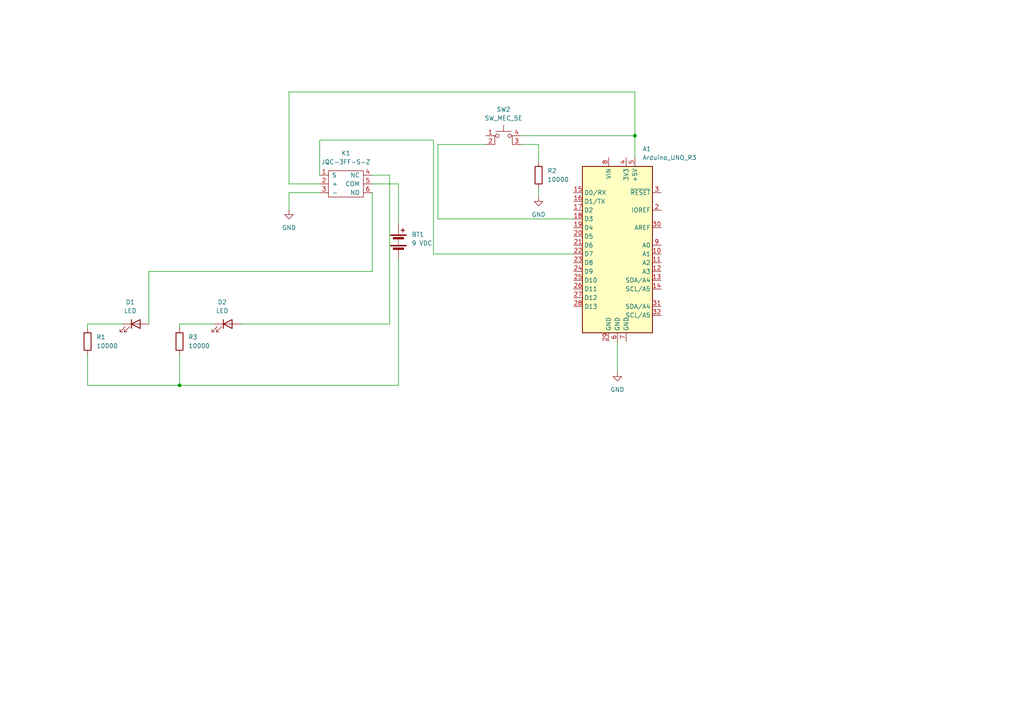
<source format=kicad_sch>
(kicad_sch (version 20230121) (generator eeschema)
  (paper "A4")
  (lib_symbols
    (symbol "Device:Battery" (pin_numbers hide) (pin_names (offset 0) hide)
      (property "Reference" "BT" (at 2.54 2.54 0))
      (property "Value" "Battery" (at 2.54 0 0))
      (symbol "Battery_0_1"
        (rectangle (start -2.286 -1.27) (end 2.286 -1.524) (fill (type outline)))
        (rectangle (start -2.286 1.778) (end 2.286 1.524) (fill (type outline)))
        (rectangle (start -1.524 -2.032) (end 1.524 -2.54) (fill (type outline)))
        (rectangle (start -1.524 1.016) (end 1.524 0.508) (fill (type outline)))
        (polyline (pts (xy 0 -1.016) (xy 0 -0.762)))
        (polyline (pts (xy 0 -0.508) (xy 0 -0.254)))
        (polyline (pts (xy 0 0) (xy 0 0.254)))
        (polyline (pts (xy 0 1.778) (xy 0 2.54)))
        (polyline (pts (xy 0.762 3.048) (xy 1.778 3.048)) (stroke (width 0.254)))
        (polyline (pts (xy 1.27 3.556) (xy 1.27 2.54)) (stroke (width 0.254)))
      )
      (symbol "Battery_1_1"
        (pin passive line (at 0 5.08 270) (length 2.54) (name "+") (number "1"))
        (pin passive line (at 0 -5.08 90) (length 2.54) (name "-") (number "2"))
      )
    )
    (symbol "Device:LED" (pin_numbers hide) (pin_names (offset 1.016) hide)
      (property "Reference" "D" (at 0 2.54 0))
      (property "Value" "LED" (at 0 -2.54 0))
      (symbol "LED_0_1"
        (polyline (pts (xy -1.27 -1.27) (xy -1.27 1.27)) (stroke (width 0.254)))
        (polyline (pts (xy -1.27 0) (xy 1.27 0)))
        (polyline (pts (xy 1.27 -1.27) (xy 1.27 1.27) (xy -1.27 0) (xy 1.27 -1.27)) (stroke (width 0.254)))
        (polyline (pts (xy -3.048 -0.762) (xy -4.572 -2.286) (xy -3.81 -2.286) (xy -4.572 -2.286) (xy -4.572 -1.524)))
        (polyline (pts (xy -1.778 -0.762) (xy -3.302 -2.286) (xy -2.54 -2.286) (xy -3.302 -2.286) (xy -3.302 -1.524)))
      )
      (symbol "LED_1_1"
        (pin passive line (at -3.81 0 0) (length 2.54) (name "K") (number "1"))
        (pin passive line (at 3.81 0 180) (length 2.54) (name "A") (number "2"))
      )
    )
    (symbol "Device:R" (pin_numbers hide) (pin_names (offset 0))
      (property "Reference" "R" (at 2.032 0 90))
      (property "Value" "R" (at 0 0 90))
      (symbol "R_0_1"
        (rectangle (start -1.016 -2.54) (end 1.016 2.54) (stroke (width 0.254)))
      )
      (symbol "R_1_1"
        (pin passive line (at 0 3.81 270) (length 1.27) (name "~") (number "1"))
        (pin passive line (at 0 -3.81 90) (length 1.27) (name "~") (number "2"))
      )
    )
    (symbol "JQC-3FF-S-Z:JQC-3FF-S-Z" (pin_names (offset 1.016))
      (property "Reference" "K" (at 0 5.08 0))
      (property "Value" "JQC-3FF-S-Z" (at 0 2.54 0))
      (symbol "JQC-3FF-S-Z_0_1"
        (rectangle (start -5.08 3.81) (end 5.08 -3.81))
      )
      (symbol "JQC-3FF-S-Z_1_1"
        (pin passive line (at -7.62 2.54 0) (length 2.54) (name "S") (number "1"))
        (pin passive line (at -7.62 0 0) (length 2.54) (name "+") (number "2"))
        (pin passive line (at -7.62 -2.54 0) (length 2.54) (name "-") (number "3"))
        (pin passive line (at 7.62 2.54 180) (length 2.54) (name "NC") (number "4"))
        (pin passive line (at 7.62 0 180) (length 2.54) (name "COM") (number "5"))
        (pin passive line (at 7.62 -2.54 180) (length 2.54) (name "NO") (number "6"))
      )
    )
    (symbol "MCU_Module:Arduino_UNO_R3"
      (property "Reference" "A" (at -10.16 23.495 0))
      (property "Value" "Arduino_UNO_R3" (at 5.08 -26.67 0))
      (symbol "Arduino_UNO_R3_0_1"
        (rectangle (start -10.16 22.86) (end 10.16 -25.4) (stroke (width 0.254)) (fill (type background)))
      )
      (symbol "Arduino_UNO_R3_1_1"
        (pin no_connect line (at -10.16 -20.32 0) (length 2.54) hide (name "NC") (number "1"))
        (pin bidirectional line (at 12.7 -2.54 180) (length 2.54) (name "A1") (number "10"))
        (pin bidirectional line (at 12.7 -5.08 180) (length 2.54) (name "A2") (number "11"))
        (pin bidirectional line (at 12.7 -7.62 180) (length 2.54) (name "A3") (number "12"))
        (pin bidirectional line (at 12.7 -10.16 180) (length 2.54) (name "SDA/A4") (number "13"))
        (pin bidirectional line (at 12.7 -12.7 180) (length 2.54) (name "SCL/A5") (number "14"))
        (pin bidirectional line (at -12.7 15.24 0) (length 2.54) (name "D0/RX") (number "15"))
        (pin bidirectional line (at -12.7 12.7 0) (length 2.54) (name "D1/TX") (number "16"))
        (pin bidirectional line (at -12.7 10.16 0) (length 2.54) (name "D2") (number "17"))
        (pin bidirectional line (at -12.7 7.62 0) (length 2.54) (name "D3") (number "18"))
        (pin bidirectional line (at -12.7 5.08 0) (length 2.54) (name "D4") (number "19"))
        (pin output line (at 12.7 10.16 180) (length 2.54) (name "IOREF") (number "2"))
        (pin bidirectional line (at -12.7 2.54 0) (length 2.54) (name "D5") (number "20"))
        (pin bidirectional line (at -12.7 0 0) (length 2.54) (name "D6") (number "21"))
        (pin bidirectional line (at -12.7 -2.54 0) (length 2.54) (name "D7") (number "22"))
        (pin bidirectional line (at -12.7 -5.08 0) (length 2.54) (name "D8") (number "23"))
        (pin bidirectional line (at -12.7 -7.62 0) (length 2.54) (name "D9") (number "24"))
        (pin bidirectional line (at -12.7 -10.16 0) (length 2.54) (name "D10") (number "25"))
        (pin bidirectional line (at -12.7 -12.7 0) (length 2.54) (name "D11") (number "26"))
        (pin bidirectional line (at -12.7 -15.24 0) (length 2.54) (name "D12") (number "27"))
        (pin bidirectional line (at -12.7 -17.78 0) (length 2.54) (name "D13") (number "28"))
        (pin power_in line (at -2.54 -27.94 90) (length 2.54) (name "GND") (number "29"))
        (pin input line (at 12.7 15.24 180) (length 2.54) (name "~{RESET}") (number "3"))
        (pin input line (at 12.7 5.08 180) (length 2.54) (name "AREF") (number "30"))
        (pin bidirectional line (at 12.7 -17.78 180) (length 2.54) (name "SDA/A4") (number "31"))
        (pin bidirectional line (at 12.7 -20.32 180) (length 2.54) (name "SCL/A5") (number "32"))
        (pin power_out line (at 2.54 25.4 270) (length 2.54) (name "3V3") (number "4"))
        (pin power_out line (at 5.08 25.4 270) (length 2.54) (name "+5V") (number "5"))
        (pin power_in line (at 0 -27.94 90) (length 2.54) (name "GND") (number "6"))
        (pin power_in line (at 2.54 -27.94 90) (length 2.54) (name "GND") (number "7"))
        (pin power_in line (at -2.54 25.4 270) (length 2.54) (name "VIN") (number "8"))
        (pin bidirectional line (at 12.7 0 180) (length 2.54) (name "A0") (number "9"))
      )
    )
    (symbol "Switch:SW_MEC_5E" (pin_names (offset 1.016) hide)
      (property "Reference" "SW" (at 0.635 5.715 0))
      (property "Value" "SW_MEC_5E" (at 0 -3.175 0))
      (symbol "SW_MEC_5E_0_1"
        (circle (center -1.778 2.54) (radius 0.508))
        (polyline (pts (xy -2.286 3.81) (xy 2.286 3.81)))
        (polyline (pts (xy 0 3.81) (xy 0 5.588)))
        (polyline (pts (xy -2.54 0) (xy -2.54 2.54) (xy -2.286 2.54)))
        (polyline (pts (xy 2.54 0) (xy 2.54 2.54) (xy 2.286 2.54)))
        (circle (center 1.778 2.54) (radius 0.508))
        (pin passive line (at -5.08 2.54 0) (length 2.54) (name "1") (number "1"))
        (pin passive line (at -5.08 0 0) (length 2.54) (name "2") (number "2"))
        (pin passive line (at 5.08 0 180) (length 2.54) (name "K") (number "3"))
        (pin passive line (at 5.08 2.54 180) (length 2.54) (name "A") (number "4"))
      )
    )
    (symbol "power:GND" (power) (pin_names (offset 0))
      (property "Value" "GND" (at 0 -3.81 0))
      (symbol "GND_0_1"
        (polyline (pts (xy 0 0) (xy 0 -1.27) (xy 1.27 -1.27) (xy 0 -2.54) (xy -1.27 -1.27) (xy 0 -1.27)))
      )
      (symbol "GND_1_1"
        (pin power_in line (at 0 0 270) (length 0) hide (name "GND") (number "1"))
      )
    )
  )
  (junction (at 52.07 111.76))
  (junction (at 184.15 39.37))
  (wire (pts (xy 113.03 93.98) (xy 113.03 50.8)))
  (wire (pts (xy 156.21 41.91) (xy 156.21 46.99)))
  (wire (pts (xy 127 41.91) (xy 127 63.5)))
  (wire (pts (xy 115.57 64.77) (xy 115.57 53.34)))
  (wire (pts (xy 43.18 78.74) (xy 107.95 78.74)))
  (wire (pts (xy 25.4 95.25) (xy 25.4 93.98)))
  (wire (pts (xy 52.07 102.87) (xy 52.07 111.76)))
  (wire (pts (xy 25.4 111.76) (xy 52.07 111.76)))
  (wire (pts (xy 125.73 40.64) (xy 125.73 73.66)))
  (wire (pts (xy 184.15 45.72) (xy 184.15 39.37)))
  (wire (pts (xy 52.07 111.76) (xy 115.57 111.76)))
  (wire (pts (xy 83.82 55.88) (xy 83.82 60.96)))
  (wire (pts (xy 184.15 26.67) (xy 83.82 26.67)))
  (wire (pts (xy 83.82 53.34) (xy 92.71 53.34)))
  (wire (pts (xy 92.71 40.64) (xy 125.73 40.64)))
  (wire (pts (xy 25.4 102.87) (xy 25.4 111.76)))
  (wire (pts (xy 179.07 99.06) (xy 179.07 107.95)))
  (wire (pts (xy 184.15 39.37) (xy 184.15 26.67)))
  (wire (pts (xy 52.07 95.25) (xy 52.07 93.98)))
  (wire (pts (xy 125.73 73.66) (xy 166.37 73.66)))
  (wire (pts (xy 83.82 26.67) (xy 83.82 53.34)))
  (wire (pts (xy 69.85 93.98) (xy 113.03 93.98)))
  (wire (pts (xy 52.07 93.98) (xy 62.23 93.98)))
  (wire (pts (xy 184.15 39.37) (xy 151.13 39.37)))
  (wire (pts (xy 92.71 50.8) (xy 92.71 40.64)))
  (wire (pts (xy 151.13 41.91) (xy 156.21 41.91)))
  (wire (pts (xy 92.71 55.88) (xy 83.82 55.88)))
  (wire (pts (xy 43.18 93.98) (xy 43.18 78.74)))
  (wire (pts (xy 115.57 53.34) (xy 107.95 53.34)))
  (wire (pts (xy 127 41.91) (xy 140.97 41.91)))
  (wire (pts (xy 107.95 78.74) (xy 107.95 55.88)))
  (wire (pts (xy 127 63.5) (xy 166.37 63.5)))
  (wire (pts (xy 156.21 54.61) (xy 156.21 57.15)))
  (wire (pts (xy 113.03 50.8) (xy 107.95 50.8)))
  (wire (pts (xy 25.4 93.98) (xy 35.56 93.98)))
  (wire (pts (xy 115.57 74.93) (xy 115.57 111.76)))
  (symbol (lib_id "Device:R") (at 156.21 50.8 0) (unit 1)
    (property "Reference" "R2" (at 158.75 49.53 0) (effects (justify left)))
    (property "Value" "10000" (at 158.75 52.07 0) (effects (justify left)))
  )
  (symbol (lib_id "Device:LED") (at 39.37 93.98 0) (unit 1)
    (property "Reference" "D1" (at 37.7825 87.63 0))
    (property "Value" "LED" (at 37.7825 90.17 0))
  )
  (symbol (lib_id "power:GND") (at 156.21 57.15 0) (unit 1)
    (property "Reference" "#PWR03" (effects hide))
    (property "Value" "GND" (at 156.21 62.23 0))
  )
  (symbol (lib_id "Device:R") (at 52.07 99.06 0) (unit 1)
    (property "Reference" "R3" (at 54.61 97.79 0) (effects (justify left)))
    (property "Value" "10000" (at 54.61 100.33 0) (effects (justify left)))
  )
  (symbol (lib_id "Device:LED") (at 66.04 93.98 0) (unit 1)
    (property "Reference" "D2" (at 64.4525 87.63 0))
    (property "Value" "LED" (at 64.4525 90.17 0))
  )
  (symbol (lib_id "Device:Battery") (at 115.57 69.85 0) (unit 1)
    (property "Reference" "BT1" (at 119.38 68.0085 0) (effects (justify left)))
    (property "Value" "9 VDC" (at 119.38 70.5485 0) (effects (justify left)))
  )
  (symbol (lib_id "power:GND") (at 83.82 60.96 0) (unit 1)
    (property "Reference" "#PWR04" (effects hide))
    (property "Value" "GND" (at 83.82 66.04 0))
  )
  (symbol (lib_id "Device:R") (at 25.4 99.06 0) (unit 1)
    (property "Reference" "R1" (at 27.94 97.79 0) (effects (justify left)))
    (property "Value" "10000" (at 27.94 100.33 0) (effects (justify left)))
  )
  (symbol (lib_id "Switch:SW_MEC_5E") (at 146.05 41.91 0) (unit 1)
    (property "Reference" "SW2" (at 146.05 31.75 0))
    (property "Value" "SW_MEC_5E" (at 146.05 34.29 0))
    (property "Datasheet" "http://www.apem.com/int/index.php?controller=attachment&id_attachment=1371" (effects hide))
  )
  (symbol (lib_id "MCU_Module:Arduino_UNO_R3") (at 179.07 71.12 0) (unit 1)
    (property "Reference" "A1" (at 186.3441 43.18 0) (effects (justify left)))
    (property "Value" "Arduino_UNO_R3" (at 186.3441 45.72 0) (effects (justify left)))
    (property "Footprint" "Module:Arduino_UNO_R3" (effects hide))
    (property "Datasheet" "https://www.arduino.cc/en/Main/arduinoBoardUno" (effects hide))
  )
  (symbol (lib_id "power:GND") (at 179.07 107.95 0) (unit 1)
    (property "Reference" "#PWR01" (effects hide))
    (property "Value" "GND" (at 179.07 113.03 0))
  )
  (symbol (lib_id "JQC-3FF-S-Z:JQC-3FF-S-Z") (at 100.33 53.34 0) (unit 1)
    (property "Reference" "K1" (at 100.33 44.45 0))
    (property "Value" "JQC-3FF-S-Z" (at 100.33 46.99 0))
  )
)
</source>
